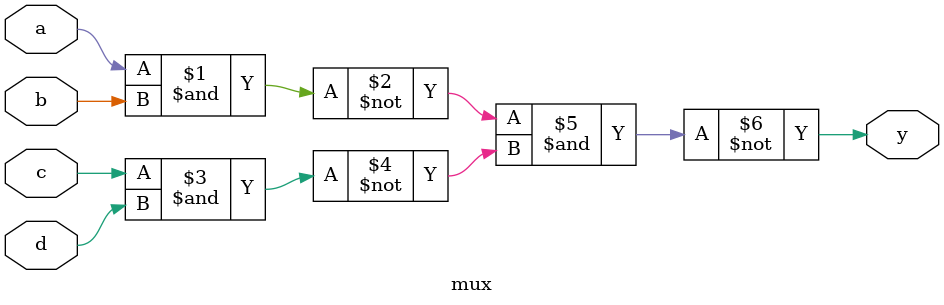
<source format=v>
module mux(a, b, c, d, y);
	input a, b, c, d;
	output y;
	assign y = ~((~(a&b))&(~(c&d)));
endmodule

</source>
